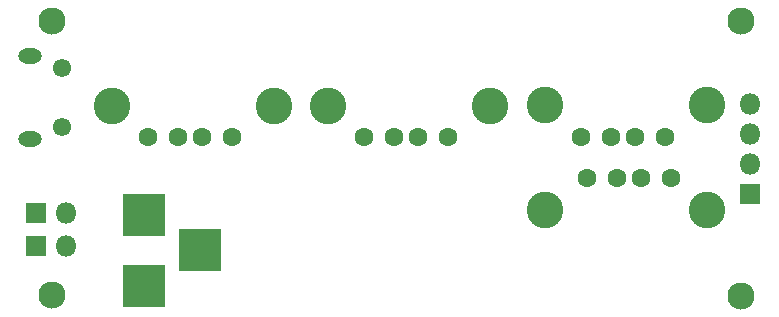
<source format=gbs>
G04 #@! TF.FileFunction,Soldermask,Bot*
%FSLAX46Y46*%
G04 Gerber Fmt 4.6, Leading zero omitted, Abs format (unit mm)*
G04 Created by KiCad (PCBNEW 4.0.7) date 04/20/18 23:23:33*
%MOMM*%
%LPD*%
G01*
G04 APERTURE LIST*
%ADD10C,0.127000*%
%ADD11C,1.600000*%
%ADD12C,3.100000*%
%ADD13R,3.600000X3.600000*%
%ADD14C,2.300000*%
%ADD15C,1.550000*%
%ADD16O,2.000000X1.300000*%
%ADD17R,1.800000X1.800000*%
%ADD18O,1.800000X1.800000*%
G04 APERTURE END LIST*
D10*
D11*
X119992000Y-92735400D03*
X122532000Y-92735400D03*
X124562000Y-92735400D03*
X127102000Y-92735400D03*
D12*
X116942000Y-90065400D03*
X130662000Y-90065400D03*
D11*
X138264000Y-92735400D03*
X140804000Y-92735400D03*
X142834000Y-92735400D03*
X145374000Y-92735400D03*
D12*
X135214000Y-90065400D03*
X148934000Y-90065400D03*
D11*
X156705000Y-92679500D03*
X159245000Y-92679500D03*
X161275000Y-92679500D03*
X163815000Y-92679500D03*
D12*
X153655000Y-90009500D03*
X167375000Y-90009500D03*
D11*
X164306000Y-96205000D03*
X161766000Y-96205000D03*
X159736000Y-96205000D03*
X157196000Y-96205000D03*
D12*
X167356000Y-98875000D03*
X153636000Y-98875000D03*
D13*
X119695000Y-99298800D03*
X119695000Y-105298800D03*
X124395000Y-102298800D03*
D14*
X170216000Y-106147000D03*
X170216000Y-82844600D03*
X111917000Y-82839600D03*
X111907000Y-106116000D03*
D15*
X112756000Y-86847000D03*
X112756000Y-91847000D03*
D16*
X110056000Y-85847000D03*
X110056000Y-92847000D03*
D17*
X171021000Y-97538500D03*
D18*
X171021000Y-94998500D03*
X171021000Y-92458500D03*
X171021000Y-89918500D03*
D17*
X110498000Y-101933000D03*
D18*
X113038000Y-101933000D03*
D17*
X110490000Y-99151400D03*
D18*
X113030000Y-99151400D03*
M02*

</source>
